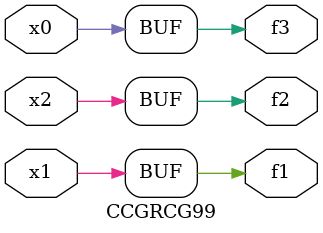
<source format=v>
module CCGRCG99(
	input x0, x1, x2,
	output f1, f2, f3
);
	assign f1 = x1;
	assign f2 = x2;
	assign f3 = x0;
endmodule

</source>
